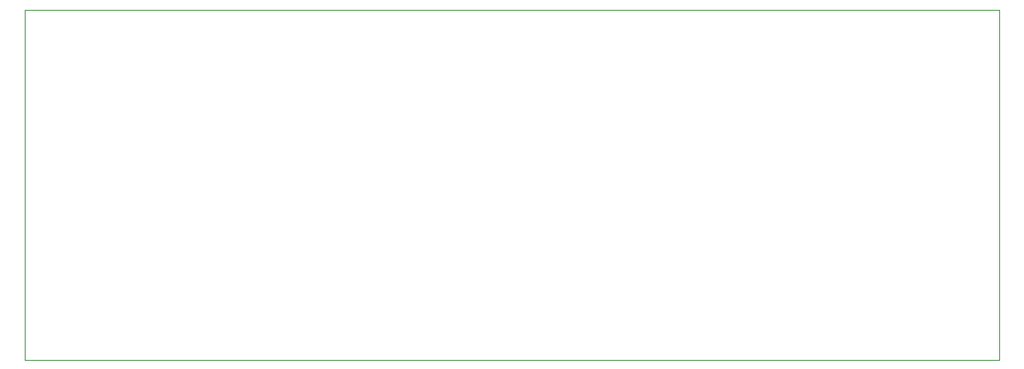
<source format=gbr>
G04 #@! TF.GenerationSoftware,KiCad,Pcbnew,7.0.2*
G04 #@! TF.CreationDate,2023-08-17T14:48:07+02:00*
G04 #@! TF.ProjectId,Samsung-VFD-Display,53616d73-756e-4672-9d56-46442d446973,0.1*
G04 #@! TF.SameCoordinates,Original*
G04 #@! TF.FileFunction,Profile,NP*
%FSLAX46Y46*%
G04 Gerber Fmt 4.6, Leading zero omitted, Abs format (unit mm)*
G04 Created by KiCad (PCBNEW 7.0.2) date 2023-08-17 14:48:07*
%MOMM*%
%LPD*%
G01*
G04 APERTURE LIST*
G04 #@! TA.AperFunction,Profile*
%ADD10C,0.100000*%
G04 #@! TD*
G04 APERTURE END LIST*
D10*
X194250000Y-93000000D02*
X94250000Y-93000000D01*
X94250000Y-93000000D02*
X94250000Y-57000000D01*
X194250000Y-57000000D02*
X194250000Y-93000000D01*
X94250000Y-57000000D02*
X194250000Y-57000000D01*
M02*

</source>
